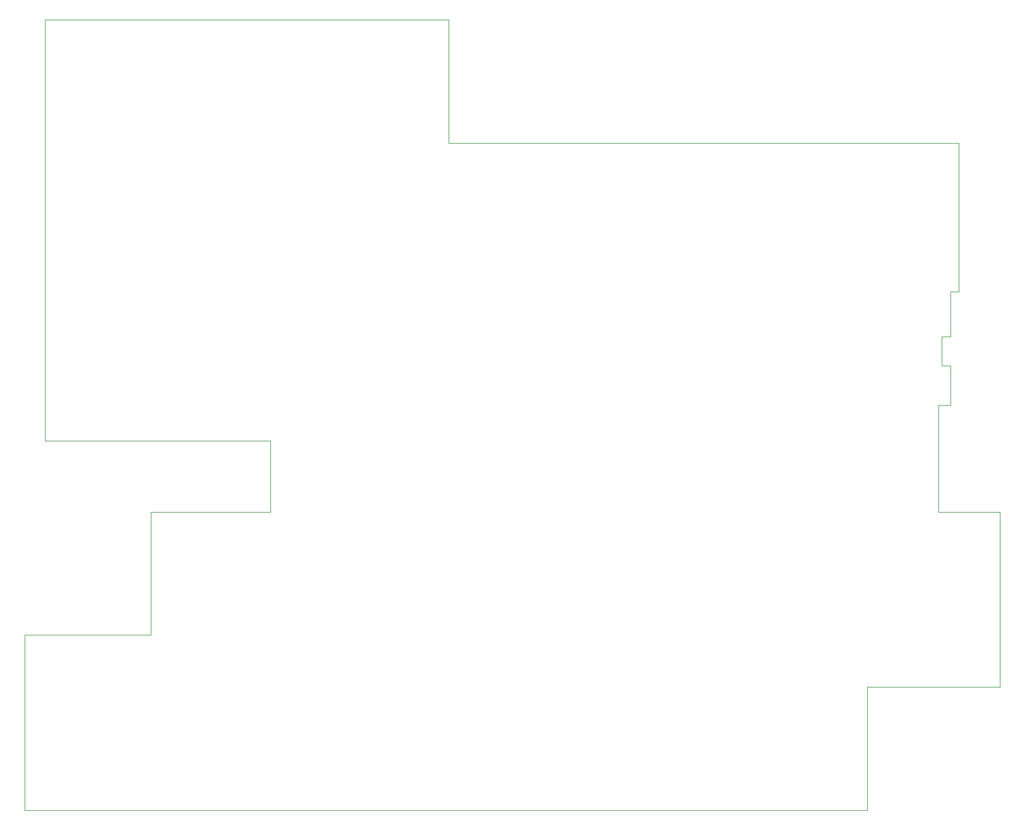
<source format=gbr>
G04 #@! TF.GenerationSoftware,KiCad,Pcbnew,(5.1.4-0-10_14)*
G04 #@! TF.CreationDate,2019-10-23T14:37:35-04:00*
G04 #@! TF.ProjectId,Nomad,4e6f6d61-642e-46b6-9963-61645f706362,rev?*
G04 #@! TF.SameCoordinates,Original*
G04 #@! TF.FileFunction,Profile,NP*
%FSLAX46Y46*%
G04 Gerber Fmt 4.6, Leading zero omitted, Abs format (unit mm)*
G04 Created by KiCad (PCBNEW (5.1.4-0-10_14)) date 2019-10-23 14:37:35*
%MOMM*%
%LPD*%
G04 APERTURE LIST*
%ADD10C,0.050000*%
%ADD11C,0.000100*%
G04 APERTURE END LIST*
D10*
X92030000Y-21540000D02*
X92030000Y-40520000D01*
X170750000Y-63540000D02*
X170750000Y-40520000D01*
X169460000Y-63810000D02*
X169460000Y-63540000D01*
X169460000Y-63540000D02*
X170750000Y-63540000D01*
X169460000Y-81010000D02*
X167590000Y-81010000D01*
X167590000Y-97540000D02*
X167590000Y-81010000D01*
X177080000Y-97540000D02*
X167590000Y-97540000D01*
X156570000Y-124580000D02*
X177080000Y-124580000D01*
X177080000Y-97540000D02*
X177080000Y-124580000D01*
X156570000Y-124580000D02*
X156570000Y-143570000D01*
X156570000Y-143570000D02*
X26540000Y-143570000D01*
X26540000Y-143570000D02*
X26540000Y-116530000D01*
X46040000Y-116530000D02*
X26540000Y-116530000D01*
X46040000Y-116530000D02*
X46040000Y-97520000D01*
X64530000Y-97520000D02*
X46040000Y-97520000D01*
X64530000Y-86570000D02*
X64530000Y-97520000D01*
X29720000Y-21540000D02*
X29720000Y-86570000D01*
X64530000Y-86570000D02*
X29720000Y-86570000D01*
X170750000Y-40520000D02*
X92030000Y-40520000D01*
X29720000Y-21540000D02*
X92030000Y-21540000D01*
D11*
X169460000Y-70410000D02*
X169460000Y-63810000D01*
X168160000Y-70410000D02*
X169460000Y-70410000D01*
X168160000Y-74910000D02*
X168160000Y-70410000D01*
X169460000Y-74910000D02*
X168160000Y-74910000D01*
X169460000Y-81010000D02*
X169460000Y-74910000D01*
M02*

</source>
